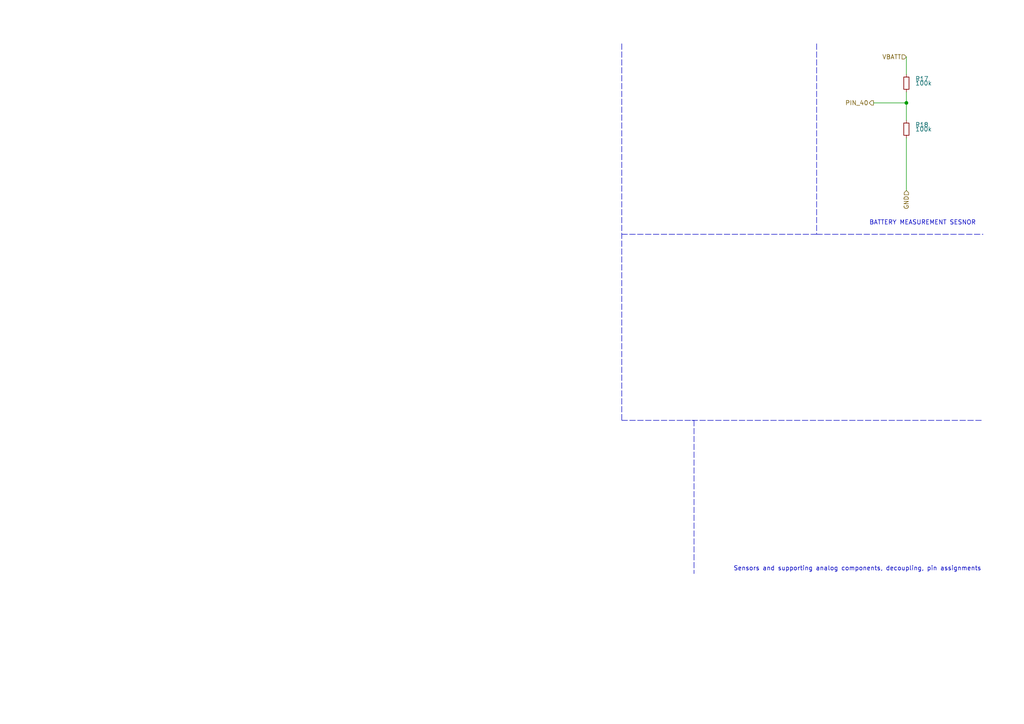
<source format=kicad_sch>
(kicad_sch (version 20211123) (generator eeschema)

  (uuid ae78189d-79c7-41a0-b77c-3bb766898352)

  (paper "A4")

  (title_block
    (title "SENSOR SUBMODULE SCHEMATIC   Author: Moutloatsi Setlogelo")
    (date "2022-04-02")
    (rev "v1.04")
    (company "University of Cape Town")
  )

  (lib_symbols
    (symbol "Device:R_Small" (pin_numbers hide) (pin_names (offset 0.254) hide) (in_bom yes) (on_board yes)
      (property "Reference" "R" (id 0) (at 0.762 0.508 0)
        (effects (font (size 1.27 1.27)) (justify left))
      )
      (property "Value" "R_Small" (id 1) (at 0.762 -1.016 0)
        (effects (font (size 1.27 1.27)) (justify left))
      )
      (property "Footprint" "" (id 2) (at 0 0 0)
        (effects (font (size 1.27 1.27)) hide)
      )
      (property "Datasheet" "~" (id 3) (at 0 0 0)
        (effects (font (size 1.27 1.27)) hide)
      )
      (property "ki_keywords" "R resistor" (id 4) (at 0 0 0)
        (effects (font (size 1.27 1.27)) hide)
      )
      (property "ki_description" "Resistor, small symbol" (id 5) (at 0 0 0)
        (effects (font (size 1.27 1.27)) hide)
      )
      (property "ki_fp_filters" "R_*" (id 6) (at 0 0 0)
        (effects (font (size 1.27 1.27)) hide)
      )
      (symbol "R_Small_0_1"
        (rectangle (start -0.762 1.778) (end 0.762 -1.778)
          (stroke (width 0.2032) (type default) (color 0 0 0 0))
          (fill (type none))
        )
      )
      (symbol "R_Small_1_1"
        (pin passive line (at 0 2.54 270) (length 0.762)
          (name "~" (effects (font (size 1.27 1.27))))
          (number "1" (effects (font (size 1.27 1.27))))
        )
        (pin passive line (at 0 -2.54 90) (length 0.762)
          (name "~" (effects (font (size 1.27 1.27))))
          (number "2" (effects (font (size 1.27 1.27))))
        )
      )
    )
  )

  (junction (at 262.89 29.845) (diameter 0) (color 0 0 0 0)
    (uuid 86af766d-6b15-4b5b-88af-d0249ebdfc4e)
  )

  (polyline (pts (xy 201.295 121.92) (xy 201.295 166.37))
    (stroke (width 0) (type default) (color 0 0 0 0))
    (uuid 03ef7221-9fdd-4d00-b6be-e31f84ede9bb)
  )
  (polyline (pts (xy 200.66 121.92) (xy 285.115 121.92))
    (stroke (width 0) (type default) (color 0 0 0 0))
    (uuid 0c8091c9-7242-4f00-b772-308298fbcc7f)
  )
  (polyline (pts (xy 236.855 67.945) (xy 285.115 67.945))
    (stroke (width 0) (type default) (color 0 0 0 0))
    (uuid 0ff5c88c-73e0-4e46-bbf2-1d9a50aea9bc)
  )

  (wire (pts (xy 262.89 26.67) (xy 262.89 29.845))
    (stroke (width 0) (type default) (color 0 0 0 0))
    (uuid 2bdb6275-447c-48c2-a84b-aa998dd2916b)
  )
  (wire (pts (xy 253.365 29.845) (xy 262.89 29.845))
    (stroke (width 0) (type default) (color 0 0 0 0))
    (uuid 6131eb75-3400-4160-b54e-66401a49f1f7)
  )
  (polyline (pts (xy 180.34 67.945) (xy 180.34 68.58))
    (stroke (width 0) (type default) (color 0 0 0 0))
    (uuid 829d375c-a6bc-4b11-a8ad-9aee4d2bbd98)
  )
  (polyline (pts (xy 180.34 12.7) (xy 180.34 121.92))
    (stroke (width 0) (type default) (color 0 0 0 0))
    (uuid a999315b-6aeb-4365-8bc7-3add5a5828f5)
  )

  (wire (pts (xy 262.89 29.845) (xy 262.89 34.925))
    (stroke (width 0) (type default) (color 0 0 0 0))
    (uuid aad7a2f8-ae00-44dc-aa53-18a3e10940de)
  )
  (polyline (pts (xy 236.855 12.7) (xy 236.855 67.945))
    (stroke (width 0) (type default) (color 0 0 0 0))
    (uuid ac537724-722f-45ea-9509-055a6194d6e4)
  )

  (wire (pts (xy 262.89 40.005) (xy 262.89 55.245))
    (stroke (width 0) (type default) (color 0 0 0 0))
    (uuid ad9db4e5-aa18-4632-9151-873db8cc7fef)
  )
  (polyline (pts (xy 180.34 121.92) (xy 201.295 121.92))
    (stroke (width 0) (type default) (color 0 0 0 0))
    (uuid c07f31d1-5851-4da0-825b-981376d48944)
  )

  (wire (pts (xy 262.89 16.51) (xy 262.89 21.59))
    (stroke (width 0) (type default) (color 0 0 0 0))
    (uuid ea2c0fc1-2833-4b4e-b574-ad2fc842bfc0)
  )
  (polyline (pts (xy 236.855 67.945) (xy 180.34 67.945))
    (stroke (width 0) (type default) (color 0 0 0 0))
    (uuid fa33938a-7194-4189-9805-2e2648399ea3)
  )

  (text "Sensors and supporting analog components, decoupling, pin assignments"
    (at 212.725 165.735 0)
    (effects (font (size 1.27 1.27)) (justify left bottom))
    (uuid 9d1cef05-e407-4a01-9fa1-d7e772ae8939)
  )
  (text "BATTERY MEASUREMENT SESNOR\n" (at 252.095 65.405 0)
    (effects (font (size 1.27 1.27)) (justify left bottom))
    (uuid ffa746dd-d043-4c75-886c-5af92d85f594)
  )

  (hierarchical_label "PIN_40" (shape output) (at 253.365 29.845 180)
    (effects (font (size 1.27 1.27)) (justify right))
    (uuid 09339901-4d41-43ad-ba2a-c20411f3149e)
  )
  (hierarchical_label "VBATT" (shape input) (at 262.89 16.51 180)
    (effects (font (size 1.27 1.27)) (justify right))
    (uuid 780760a6-f94a-49d9-9665-288cd1a04ac4)
  )
  (hierarchical_label "GND" (shape input) (at 262.89 55.245 270)
    (effects (font (size 1.27 1.27)) (justify right))
    (uuid d81830a7-fe75-46cc-aea7-ca81892ec217)
  )

  (symbol (lib_id "Device:R_Small") (at 262.89 37.465 0) (unit 1)
    (in_bom yes) (on_board yes)
    (uuid 31af7245-9902-4c67-9c46-45d414056b6f)
    (property "Reference" "R18" (id 0) (at 265.43 36.1949 0)
      (effects (font (size 1.27 1.27)) (justify left))
    )
    (property "Value" "100k" (id 1) (at 265.43 37.465 0)
      (effects (font (size 1.27 1.27)) (justify left))
    )
    (property "Footprint" "Resistor_SMD:R_1206_3216Metric" (id 2) (at 262.89 37.465 0)
      (effects (font (size 1.27 1.27)) hide)
    )
    (property "Datasheet" "https://datasheet.lcsc.com/lcsc/2110252030_UNI-ROYAL-Uniroyal-Elec-0603WAF1004T5E_C22935.pdf" (id 3) (at 262.89 37.465 0)
      (effects (font (size 1.27 1.27)) hide)
    )
    (property "Alt_LCSC" "C25741" (id 4) (at 262.89 37.465 0)
      (effects (font (size 1.27 1.27)) hide)
    )
    (property "LCSC" "C17900" (id 5) (at 262.89 37.465 0)
      (effects (font (size 1.27 1.27)) hide)
    )
    (property "Price" "0.004" (id 6) (at 262.89 37.465 0)
      (effects (font (size 1.27 1.27)) hide)
    )
    (property "MANUFACTURER" "0.004" (id 7) (at 262.89 37.465 0)
      (effects (font (size 1.27 1.27)) hide)
    )
    (pin "1" (uuid 3ae60b79-6b36-48fc-be8e-c0a4c0198126))
    (pin "2" (uuid 4defc198-fb73-4f9a-8a9d-cd22f4be094e))
  )

  (symbol (lib_id "Device:R_Small") (at 262.89 24.13 0) (unit 1)
    (in_bom yes) (on_board yes)
    (uuid f4b777c9-c30a-4e78-abfd-d3896532f997)
    (property "Reference" "R17" (id 0) (at 265.43 22.8599 0)
      (effects (font (size 1.27 1.27)) (justify left))
    )
    (property "Value" "100k" (id 1) (at 265.43 24.13 0)
      (effects (font (size 1.27 1.27)) (justify left))
    )
    (property "Footprint" "Resistor_SMD:R_1206_3216Metric" (id 2) (at 262.89 24.13 0)
      (effects (font (size 1.27 1.27)) hide)
    )
    (property "Datasheet" "https://datasheet.lcsc.com/lcsc/2110252030_UNI-ROYAL-Uniroyal-Elec-0603WAF1004T5E_C22935.pdf" (id 3) (at 262.89 24.13 0)
      (effects (font (size 1.27 1.27)) hide)
    )
    (property "Alt_LCSC" "C25741" (id 4) (at 262.89 24.13 0)
      (effects (font (size 1.27 1.27)) hide)
    )
    (property "LCSC" "C17900" (id 5) (at 262.89 24.13 0)
      (effects (font (size 1.27 1.27)) hide)
    )
    (property "Price" "0.004" (id 6) (at 262.89 24.13 0)
      (effects (font (size 1.27 1.27)) hide)
    )
    (property "MANUFACTURER" "0.004" (id 7) (at 262.89 24.13 0)
      (effects (font (size 1.27 1.27)) hide)
    )
    (pin "1" (uuid 39145082-825f-48b4-964e-958e59a83d09))
    (pin "2" (uuid 94ebab51-a200-451b-80c5-4a6910538d4b))
  )
)

</source>
